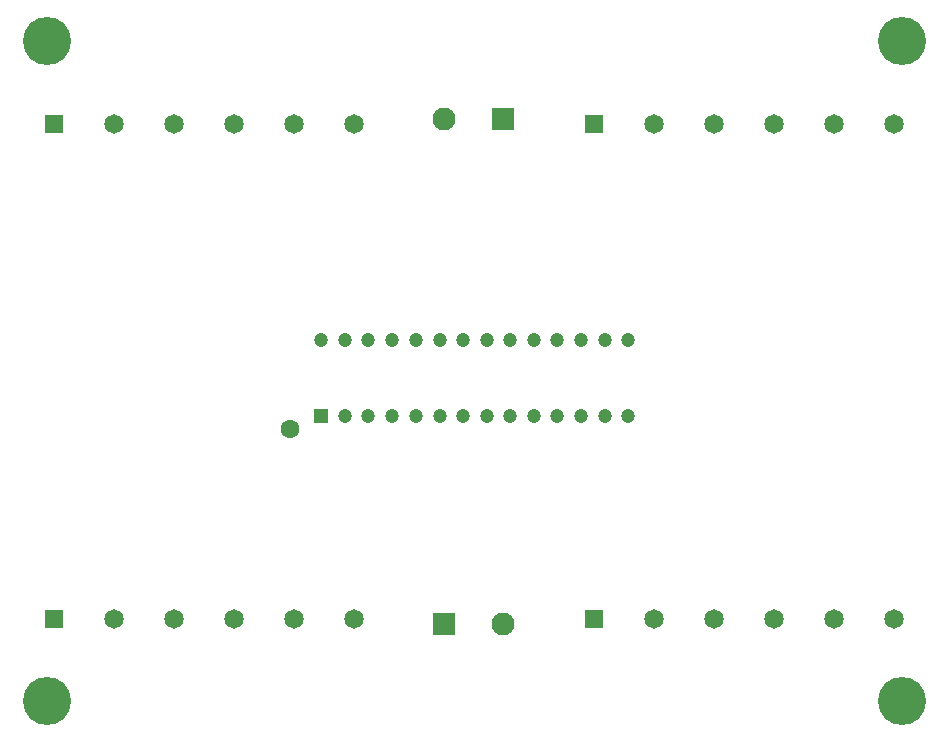
<source format=gbl>
%FSTAX23Y23*%
%MOIN*%
%SFA1B1*%

%IPPOS*%
%ADD23R,0.064960X0.064960*%
%ADD24C,0.064960*%
%ADD25C,0.076770*%
%ADD26R,0.076770X0.076770*%
%ADD27C,0.160000*%
%ADD28C,0.062990*%
%ADD29R,0.047240X0.047240*%
%ADD30C,0.047240*%
%LNtherms-1*%
%LPD*%
G54D23*
X01965Y00415D03*
X00165D03*
X01965Y02065D03*
X00165D03*
G54D24*
X02165Y00415D03*
X02365D03*
X02565D03*
X02765D03*
X02965D03*
X00365D03*
X00565D03*
X00765D03*
X00965D03*
X01165D03*
X02165Y02065D03*
X02365D03*
X02565D03*
X02765D03*
X02965D03*
X00365D03*
X00565D03*
X00765D03*
X00965D03*
X01165D03*
G54D25*
X01663Y00397D03*
X01466Y02082D03*
G54D26*
X01466Y00397D03*
X01663Y02082D03*
G54D27*
X0014Y0234D03*
X0299D03*
Y0014D03*
X0014D03*
G54D28*
X00952Y01046D03*
G54D29*
X01056Y0109D03*
G54D30*
X01135Y0109D03*
X01213D03*
X01292D03*
X01371D03*
X0145D03*
X01528D03*
X01607D03*
X01686D03*
X01765D03*
X01843D03*
X01922D03*
X02001D03*
X02079D03*
X01056Y01345D03*
X01135D03*
X01213D03*
X01292D03*
X01371D03*
X0145D03*
X01528D03*
X01607D03*
X01686D03*
X01765D03*
X01843D03*
X01922D03*
X02001D03*
X02079D03*
M02*
</source>
